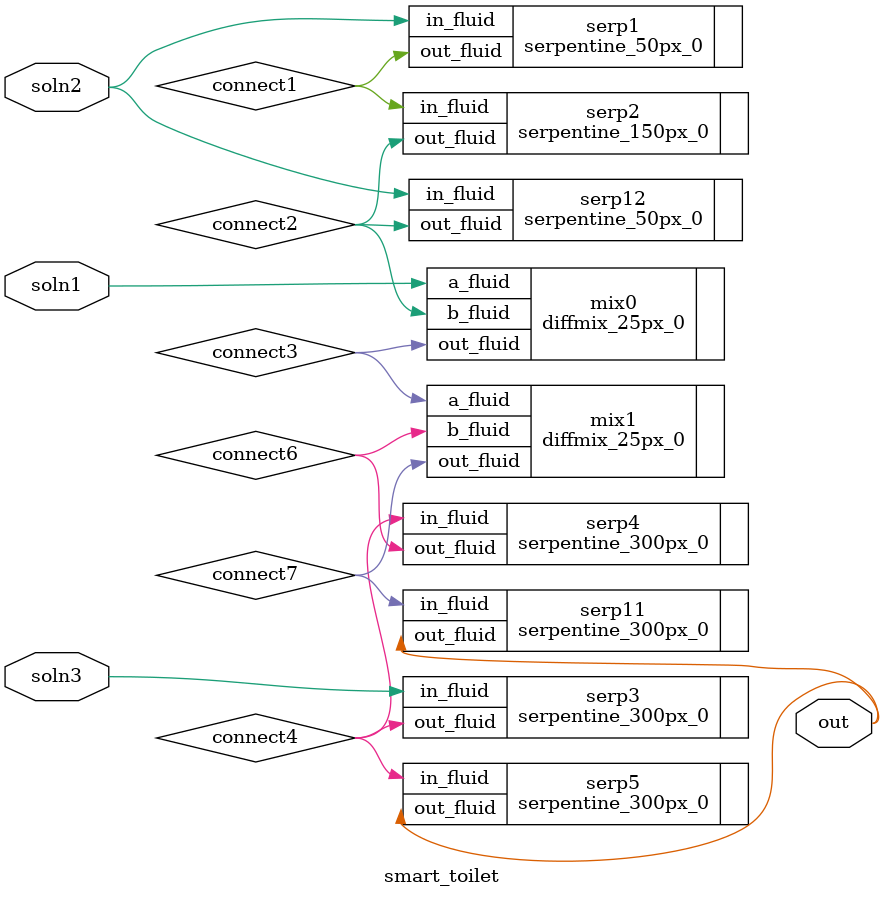
<source format=v>
module smart_toilet (
    soln1,
    soln2,
    soln3,
    out
);

input   soln1, soln2, soln3;
output  out;

wire    connect1,  connect2,  connect3,  connect4,  connect6,  connect7;

serpentine_50px_0   serp1   (.in_fluid(soln2), .out_fluid(connect1));
serpentine_50px_0   serp12  (.in_fluid(soln2), .out_fluid(connect2));
serpentine_150px_0  serp2   (.in_fluid(connect1), .out_fluid(connect2));

diffmix_25px_0      mix0    (.a_fluid(soln1), .b_fluid(connect2), .out_fluid(connect3));

serpentine_300px_0  serp3   (.in_fluid(soln3), .out_fluid(connect4));
serpentine_300px_0  serp4   (.in_fluid(connect4), .out_fluid(connect6));
serpentine_300px_0  serp5   (.in_fluid(connect4), .out_fluid(out));



diffmix_25px_0      mix1    (.a_fluid(connect3), .b_fluid(connect6), .out_fluid(connect7));

serpentine_300px_0  serp11  (.in_fluid(connect7), .out_fluid(out));

endmodule
</source>
